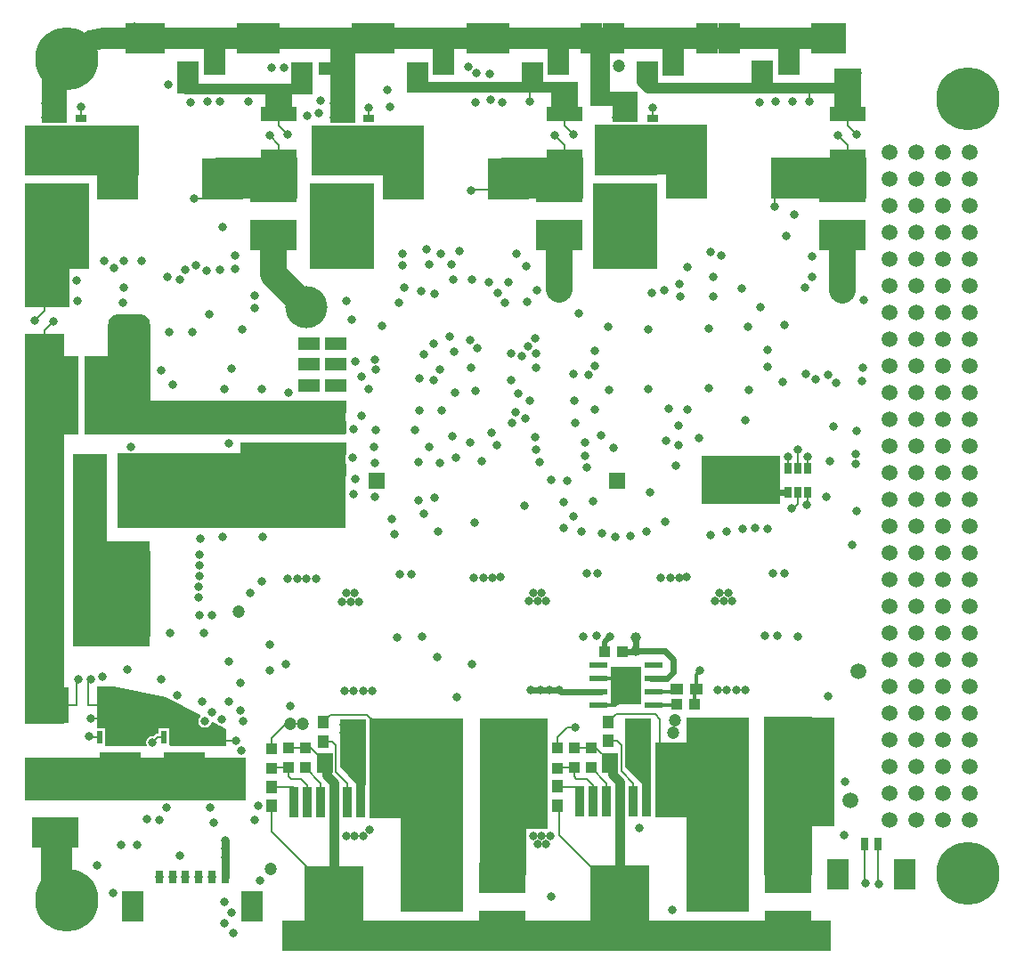
<source format=gtl>
G04 Layer_Physical_Order=1*
G04 Layer_Color=255*
%FSLAX44Y44*%
%MOMM*%
G71*
G01*
G75*
%ADD10C,2.0000*%
%ADD11R,1.0000X0.7000*%
%ADD12R,6.0000X6.0000*%
%ADD13R,6.0000X2.0000*%
%ADD14R,1.7500X0.6000*%
%ADD15R,2.8500X3.6000*%
%ADD16R,1.0000X1.1000*%
%ADD17R,0.6100X1.2700*%
%ADD18R,3.9100X3.7500*%
%ADD19R,0.8000X1.3000*%
%ADD20R,2.1000X3.0000*%
%ADD21R,3.2000X1.0000*%
%ADD22R,2.0000X1.2000*%
%ADD23R,5.6000X6.3500*%
%ADD24R,0.9100X3.0000*%
%ADD25R,4.0000X4.0000*%
%ADD26R,3.5000X1.4000*%
G04:AMPARAMS|DCode=27|XSize=4mm|YSize=10mm|CornerRadius=1mm|HoleSize=0mm|Usage=FLASHONLY|Rotation=0.000|XOffset=0mm|YOffset=0mm|HoleType=Round|Shape=RoundedRectangle|*
%AMROUNDEDRECTD27*
21,1,4.0000,8.0000,0,0,0.0*
21,1,2.0000,10.0000,0,0,0.0*
1,1,2.0000,1.0000,-4.0000*
1,1,2.0000,-1.0000,-4.0000*
1,1,2.0000,-1.0000,4.0000*
1,1,2.0000,1.0000,4.0000*
%
%ADD27ROUNDEDRECTD27*%
%ADD28R,1.5000X1.9000*%
%ADD29R,1.2000X1.1000*%
%ADD30R,4.5000X3.0000*%
%ADD31R,0.6500X1.0500*%
%ADD32R,1.4000X3.5000*%
%ADD33R,1.1000X1.1000*%
%ADD34R,1.1000X1.2000*%
%ADD35C,0.6000*%
%ADD36C,0.5000*%
%ADD37C,0.2000*%
%ADD38C,0.3000*%
%ADD39C,3.0000*%
%ADD40C,0.8000*%
%ADD41C,1.0000*%
%ADD42C,0.9000*%
%ADD43C,2.5000*%
%ADD44R,7.4500X4.6250*%
%ADD45R,9.9750X4.0250*%
%ADD46R,5.1750X10.4000*%
%ADD47R,4.5050X10.5100*%
%ADD48R,6.0000X12.8250*%
%ADD49R,3.6750X7.1250*%
%ADD50R,4.4500X9.4500*%
%ADD51R,3.3500X7.4750*%
%ADD52R,2.5250X7.4750*%
%ADD53R,2.4750X3.0000*%
%ADD54R,1.6750X2.9750*%
%ADD55R,3.4750X1.4000*%
%ADD56R,1.9750X6.4580*%
%ADD57R,1.0000X0.5750*%
%ADD58R,6.0000X14.0500*%
%ADD59R,2.4000X2.8960*%
%ADD60R,6.1000X8.1000*%
%ADD61R,10.7750X4.8000*%
%ADD62R,7.8000X3.9750*%
%ADD63R,2.4320X7.9440*%
%ADD64R,3.8000X37.1000*%
%ADD65R,21.1000X4.0500*%
%ADD66R,10.8840X4.8000*%
%ADD67R,2.4000X6.0670*%
%ADD68R,52.1900X2.9500*%
%ADD69R,4.5050X14.9600*%
%ADD70R,0.9250X1.1250*%
%ADD71R,4.5300X15.0600*%
%ADD72R,4.3240X3.9600*%
%ADD73R,2.0500X3.1000*%
%ADD74R,2.0500X3.1500*%
%ADD75R,2.5750X2.6000*%
%ADD76R,2.0750X2.9750*%
%ADD77R,2.0500X2.4750*%
%ADD78R,2.5250X2.6750*%
%ADD79R,2.0750X1.9250*%
%ADD80R,2.0500X2.6500*%
%ADD81R,2.6500X3.9750*%
%ADD82R,2.0500X3.3750*%
%ADD83R,2.0500X3.8750*%
%ADD84R,2.0500X3.2750*%
%ADD85R,2.0500X3.4000*%
%ADD86R,2.0500X3.1250*%
%ADD87R,2.4250X1.3000*%
%ADD88R,22.6250X3.2250*%
%ADD89R,21.7000X7.1000*%
%ADD90R,3.2250X18.4000*%
%ADD91R,6.9750X10.0250*%
%ADD92R,1.5000X1.5000*%
%ADD93C,4.0000*%
%ADD94C,1.5000*%
%ADD95R,1.5000X1.5000*%
%ADD96C,2.5000*%
%ADD97C,0.6600*%
%ADD98C,0.8000*%
%ADD99C,1.0000*%
%ADD100C,1.2000*%
%ADD101C,6.0000*%
%ADD102C,1.7000*%
%ADD103C,1.8000*%
G36*
X284500Y108788D02*
X283495Y108012D01*
X275853Y110000D01*
X260000Y126500D01*
Y171750D01*
X284500D01*
Y108788D01*
D02*
G37*
G36*
X556000Y109038D02*
X554995Y108261D01*
X547353Y110250D01*
X531500Y126750D01*
Y172000D01*
X556000D01*
Y109038D01*
D02*
G37*
G36*
X94500Y192750D02*
X127096Y175460D01*
X127279Y174196D01*
X127160Y173988D01*
X125852Y172031D01*
X125386Y169690D01*
X125852Y167349D01*
X127178Y165364D01*
X129163Y164038D01*
X131504Y163573D01*
X133845Y164038D01*
X135829Y165364D01*
X137156Y167349D01*
X137396Y168559D01*
X138826Y169238D01*
X142780Y167141D01*
X142924Y166924D01*
X144909Y165598D01*
X146155Y165350D01*
X152000Y162250D01*
Y146000D01*
X98951D01*
X97950Y146650D01*
Y163350D01*
X87850D01*
Y158059D01*
X86250D01*
X86250Y158059D01*
X85079Y157826D01*
X84087Y157163D01*
X82667Y155743D01*
X82004Y155875D01*
X79663Y155409D01*
X77678Y154083D01*
X76352Y152098D01*
X75887Y149757D01*
X76352Y147416D01*
X76550Y147120D01*
X75951Y146000D01*
X37951D01*
X36950Y146650D01*
Y163350D01*
X29000D01*
Y203000D01*
X45000D01*
X94500Y192750D01*
D02*
G37*
D10*
X33851Y819080D02*
G03*
X15891Y811640I0J-25400D01*
G01*
X158250Y819080D02*
X172110D01*
X192610D01*
X281110D01*
X410860D02*
X499360D01*
X33851D02*
X83610D01*
X158250D01*
X281110D02*
X301860D01*
X390360D01*
X410860D01*
X499360D02*
X718360D01*
D11*
X13750Y723750D02*
D03*
Y733250D02*
D03*
Y742750D02*
D03*
X-12250Y742750D02*
D03*
Y733250D02*
D03*
Y723750D02*
D03*
X557000Y724000D02*
D03*
Y733500D02*
D03*
Y743000D02*
D03*
X531000Y743000D02*
D03*
Y733500D02*
D03*
Y724000D02*
D03*
X261750Y723750D02*
D03*
Y733250D02*
D03*
Y742750D02*
D03*
X287750Y742750D02*
D03*
Y733250D02*
D03*
Y723750D02*
D03*
D12*
X347500Y17950D02*
D03*
X-8910Y650730D02*
D03*
X619000Y18200D02*
D03*
X532000Y650900D02*
D03*
X263000D02*
D03*
D13*
X347500Y-30150D02*
D03*
X-8910Y698830D02*
D03*
X619000Y-29900D02*
D03*
X532000Y699000D02*
D03*
X263000D02*
D03*
D14*
X506000Y223050D02*
D03*
Y210350D02*
D03*
Y197650D02*
D03*
Y184950D02*
D03*
X558000Y223050D02*
D03*
Y210350D02*
D03*
Y197650D02*
D03*
Y184950D02*
D03*
D15*
X532000Y204000D02*
D03*
D16*
X528999Y236000D02*
D03*
X511999D02*
D03*
X597499Y186000D02*
D03*
X580499D02*
D03*
D17*
X131000Y155000D02*
D03*
X118300D02*
D03*
X105600D02*
D03*
X92900D02*
D03*
Y101600D02*
D03*
X105600D02*
D03*
X118300D02*
D03*
X131000D02*
D03*
X70000Y155000D02*
D03*
X57300D02*
D03*
X44600D02*
D03*
X31900D02*
D03*
Y101600D02*
D03*
X44600D02*
D03*
X57300D02*
D03*
X70000D02*
D03*
D18*
X111950Y121700D02*
D03*
X50950D02*
D03*
D19*
X365000Y790700D02*
D03*
X352500D02*
D03*
X340000D02*
D03*
X327500D02*
D03*
X758750Y53000D02*
D03*
X771250D02*
D03*
X125750Y22000D02*
D03*
X113250D02*
D03*
X100750D02*
D03*
X88250D02*
D03*
X138250D02*
D03*
X150750D02*
D03*
X693000Y790750D02*
D03*
X680500D02*
D03*
X668000D02*
D03*
X655500D02*
D03*
X436500Y790700D02*
D03*
X449000D02*
D03*
X461500D02*
D03*
X474000D02*
D03*
X255750D02*
D03*
X243250D02*
D03*
X230750D02*
D03*
X218250D02*
D03*
X545999Y790700D02*
D03*
X558499D02*
D03*
X570999D02*
D03*
X583499D02*
D03*
X109250Y790700D02*
D03*
X121750D02*
D03*
X134250D02*
D03*
X146750D02*
D03*
D20*
X390360Y819080D02*
D03*
X301860D02*
D03*
X733390Y24620D02*
D03*
X796890D02*
D03*
X62890Y-6380D02*
D03*
X176390D02*
D03*
X718360Y819130D02*
D03*
X629860D02*
D03*
X410860Y819080D02*
D03*
X499360D02*
D03*
X281110D02*
D03*
X192610D02*
D03*
X520359Y819080D02*
D03*
X608859D02*
D03*
X83610Y819080D02*
D03*
X172110D02*
D03*
D21*
X22000Y415000D02*
D03*
X70000D02*
D03*
X22000Y395000D02*
D03*
X70000D02*
D03*
X22000Y375000D02*
D03*
X70000D02*
D03*
D22*
X255750Y409000D02*
D03*
X230750D02*
D03*
X255750Y429000D02*
D03*
X230750D02*
D03*
X255750Y449000D02*
D03*
X230750D02*
D03*
X255750Y469000D02*
D03*
X230750D02*
D03*
X255750Y489000D02*
D03*
X230750D02*
D03*
X255750Y509000D02*
D03*
X230750D02*
D03*
X255750Y529000D02*
D03*
X230750D02*
D03*
D23*
X254700Y900D02*
D03*
X526200Y1150D02*
D03*
D24*
X216600Y93150D02*
D03*
X229300D02*
D03*
X242000D02*
D03*
X254700D02*
D03*
X267400D02*
D03*
X280100D02*
D03*
X292800D02*
D03*
X564300Y93400D02*
D03*
X551600D02*
D03*
X538900D02*
D03*
X526200D02*
D03*
X513500D02*
D03*
X500800D02*
D03*
X488100D02*
D03*
D25*
X148740Y685880D02*
D03*
X48740D02*
D03*
X602500Y115500D02*
D03*
X702500D02*
D03*
X431500D02*
D03*
X331500D02*
D03*
X689560Y686090D02*
D03*
X589560D02*
D03*
X320220Y685860D02*
D03*
X420220D02*
D03*
D26*
X-21000Y571500D02*
D03*
Y530500D02*
D03*
X742910Y747540D02*
D03*
Y706540D02*
D03*
X473570Y706310D02*
D03*
Y747310D02*
D03*
X202090Y747330D02*
D03*
Y706330D02*
D03*
D27*
X59480Y290660D02*
D03*
Y506900D02*
D03*
D28*
X517000Y130000D02*
D03*
X548000D02*
D03*
X245500Y129750D02*
D03*
X276500D02*
D03*
D29*
X598500Y200500D02*
D03*
X580500D02*
D03*
D30*
X197090Y631830D02*
D03*
Y677830D02*
D03*
X-10500Y64000D02*
D03*
Y110000D02*
D03*
X686200Y-24900D02*
D03*
Y21100D02*
D03*
X414700Y-25150D02*
D03*
Y20850D02*
D03*
X737910Y632040D02*
D03*
Y678040D02*
D03*
X468570Y631810D02*
D03*
Y677810D02*
D03*
D31*
X685750Y387500D02*
D03*
X695250D02*
D03*
X704750D02*
D03*
Y410000D02*
D03*
X695250D02*
D03*
X685750D02*
D03*
D32*
X36500Y185000D02*
D03*
X-4500D02*
D03*
D33*
X466500Y125250D02*
D03*
Y144250D02*
D03*
X195000Y125000D02*
D03*
Y144000D02*
D03*
X482600Y144900D02*
D03*
Y125900D02*
D03*
X211100Y144650D02*
D03*
Y125650D02*
D03*
X498600Y144900D02*
D03*
Y125900D02*
D03*
X227100Y144650D02*
D03*
Y125650D02*
D03*
D34*
X244000Y168750D02*
D03*
Y150750D02*
D03*
X466500Y107750D02*
D03*
Y89750D02*
D03*
X195000Y107500D02*
D03*
Y89500D02*
D03*
X515500Y169000D02*
D03*
Y151000D02*
D03*
D35*
X624360Y398780D02*
X635640Y387500D01*
X685750D01*
X528999Y236000D02*
X541250D01*
X468290Y199600D02*
X470240Y197650D01*
X508000D01*
X541750Y240000D02*
Y249250D01*
Y236500D02*
X569000D01*
X577250Y228250D01*
Y216750D02*
Y228250D01*
X570850Y210350D02*
X577250Y216750D01*
X556000Y210350D02*
X570850D01*
X441540Y199600D02*
X468290D01*
D36*
X511999Y244999D02*
X517000Y250000D01*
X511999Y236000D02*
Y244999D01*
D37*
X476250Y164000D02*
X483500D01*
X466500Y154250D02*
X476250Y164000D01*
X508000Y184950D02*
X509200Y183750D01*
X292000Y91500D02*
Y169750D01*
X285750Y176000D02*
X292000Y169750D01*
X251250Y176000D02*
X285750D01*
X466500Y89750D02*
X468250Y88000D01*
Y61750D02*
Y88000D01*
Y61750D02*
X526200Y3800D01*
X36500Y172250D02*
Y185000D01*
X23000Y172250D02*
X36500D01*
X422800Y119150D02*
Y142200D01*
X666550Y172200D02*
X694300D01*
X564250Y92500D02*
Y171750D01*
X559750Y176250D02*
X564250Y171750D01*
Y92500D02*
X565000Y91750D01*
X134493Y151507D02*
X161508D01*
X19000Y157250D02*
X21250Y155000D01*
X31900D01*
X82004Y149757D02*
Y150754D01*
X86250Y155000D01*
X92900D01*
X201500Y771000D02*
X230000D01*
X10000Y185000D02*
Y210000D01*
X694300Y119400D02*
Y172200D01*
X21000Y185000D02*
Y210000D01*
X466500Y107100D02*
X488100D01*
X466000D02*
X466500D01*
X195000Y106850D02*
X216600D01*
X194500D02*
X195000D01*
X557000Y743000D02*
Y753000D01*
X287750Y742750D02*
Y753250D01*
X771250Y16500D02*
X772500Y15250D01*
X689422Y371828D02*
X690000Y371250D01*
X742910Y736320D02*
Y747540D01*
Y736320D02*
X751420Y727810D01*
X742910Y706540D02*
Y718020D01*
X733820Y727110D02*
X742910Y718020D01*
X673820Y670350D02*
X689560Y686090D01*
X673820Y659210D02*
Y670350D01*
X473570Y736090D02*
Y747310D01*
Y736090D02*
X482080Y727580D01*
X473570Y706310D02*
Y717790D01*
X464480Y726880D02*
X473570Y717790D01*
X129860Y667000D02*
X148740Y685880D01*
X193000Y726900D02*
X202090Y717810D01*
Y706330D02*
Y717810D01*
Y736110D02*
X210600Y727600D01*
X202090Y736110D02*
Y747330D01*
X-4500Y185000D02*
X10000D01*
X21000D02*
X36500D01*
X195000Y65000D02*
X254700Y5300D01*
X195000Y65000D02*
Y89500D01*
X256000Y121850D02*
Y147000D01*
X211100Y144650D02*
X227100D01*
X199500Y125650D02*
X211100D01*
X229300Y93150D02*
Y108750D01*
X223100Y114950D02*
X229300Y108750D01*
X213500Y114950D02*
X223100D01*
X211100Y117350D02*
X213500Y114950D01*
X211100Y117350D02*
Y125650D01*
X242000Y93150D02*
Y110750D01*
X227100Y125650D02*
X242000Y110750D01*
X267400Y93150D02*
Y110450D01*
X256000Y121850D02*
X267400Y110450D01*
X252250Y150750D02*
X256000Y147000D01*
X244000Y150750D02*
X252250D01*
X244000Y168750D02*
X251250Y176000D01*
X227100Y144650D02*
X232100D01*
X245500Y131250D01*
X515500Y151000D02*
X523750D01*
X527500Y147250D01*
X538900Y93400D02*
Y110700D01*
X527500Y122100D02*
Y147250D01*
Y122100D02*
X538900Y110700D01*
X498600Y125900D02*
X513500Y111000D01*
Y93400D02*
Y111000D01*
X482600Y117600D02*
Y125900D01*
X500800Y93400D02*
Y109000D01*
X482600Y117600D02*
X485000Y115200D01*
X494600D02*
X500800Y109000D01*
X485000Y115200D02*
X494600D01*
X471000Y125900D02*
X482600D01*
X482600Y144900D02*
X498600D01*
X503600D01*
X517000Y131500D01*
X522750Y176250D02*
X559750D01*
X515500Y169000D02*
X522750Y176250D01*
X195000Y144000D02*
Y153750D01*
X466500Y144250D02*
Y154250D01*
X-21000Y530500D02*
Y541500D01*
X-12600Y549900D01*
X-21000Y560000D02*
Y571500D01*
X-30400Y550600D02*
X-21000Y560000D01*
X440771Y759479D02*
Y772500D01*
X706535Y759465D02*
Y771750D01*
X685750Y410000D02*
Y421750D01*
X695250Y410000D02*
Y428000D01*
X704750Y410000D02*
Y421500D01*
Y375750D02*
Y387500D01*
X695250Y376500D02*
Y387500D01*
X771250Y16500D02*
Y53000D01*
X13750Y742750D02*
Y753500D01*
X13500Y753750D02*
X13750Y753500D01*
X121250Y667000D02*
X129860Y667000D01*
X384500Y674750D02*
X385396Y675646D01*
X410006D01*
X404480Y670120D02*
X410006Y675646D01*
X420220Y685860D01*
X758750Y15500D02*
Y53000D01*
X690000Y371250D02*
X695250Y376500D01*
X161508Y151492D02*
Y151507D01*
Y151492D02*
X162000Y151000D01*
X704732Y375768D02*
X704750Y375750D01*
X704034Y375768D02*
X704732D01*
X195000Y153750D02*
X208250Y167000D01*
X213000D01*
D38*
X598500Y214000D02*
X602500Y218000D01*
X598500Y200500D02*
Y214000D01*
X522200Y184950D02*
X532000Y194750D01*
X508000Y184950D02*
X522200D01*
X508000Y210350D02*
X525650D01*
X597499Y186000D02*
Y199499D01*
X556000Y184950D02*
X579449D01*
X556000Y197650D02*
X577650D01*
D39*
X-10000Y10000D02*
Y60500D01*
Y10000D02*
X0Y0D01*
D40*
X150750Y22000D02*
Y56500D01*
X150750Y56500D01*
D41*
X547000Y777750D02*
X553000Y771750D01*
X706535D01*
X113750Y771250D02*
X210000D01*
X340000Y772500D02*
X440771D01*
X475000D01*
X706535Y771750D02*
X747500D01*
D42*
X526200Y3800D02*
Y93400D01*
Y1150D02*
Y3800D01*
X254700Y5300D02*
Y93150D01*
Y900D02*
Y5300D01*
Y93150D02*
Y111780D01*
X247960Y118520D02*
X254700Y111780D01*
X247960Y118520D02*
Y127290D01*
X526200Y93400D02*
Y112030D01*
X519460Y118770D02*
Y127540D01*
Y118770D02*
X526200Y112030D01*
D43*
X737910Y579910D02*
Y632040D01*
X468570Y580430D02*
Y631810D01*
X197090Y595160D02*
X228250Y564000D01*
X197090Y595160D02*
Y631830D01*
D44*
X641000Y399125D02*
D03*
D45*
X215625Y414875D02*
D03*
D46*
X705125Y122000D02*
D03*
D47*
X435525Y120200D02*
D03*
D48*
X619000Y109375D02*
D03*
D49*
X578125Y114125D02*
D03*
D50*
X310000Y125250D02*
D03*
D51*
X-6000Y480125D02*
D03*
D52*
X29625D02*
D03*
D53*
X68375Y819000D02*
D03*
D54*
X732375Y819125D02*
D03*
D55*
X522125Y761500D02*
D03*
D56*
X507125Y786790D02*
D03*
D57*
X557750Y778375D02*
D03*
D58*
X347500Y102250D02*
D03*
D59*
X530910Y754020D02*
D03*
D60*
X531410Y640540D02*
D03*
X262070Y640310D02*
D03*
X-9410Y640330D02*
D03*
D61*
X555785Y713040D02*
D03*
X286445Y712810D02*
D03*
D62*
X721410Y686165D02*
D03*
X452070Y685935D02*
D03*
X180590Y685955D02*
D03*
D63*
X262410Y779030D02*
D03*
D64*
X-21000Y352500D02*
D03*
D65*
X65500Y115250D02*
D03*
D66*
X14420Y712830D02*
D03*
D67*
X-11910Y769665D02*
D03*
D68*
X466050Y-33750D02*
D03*
D69*
X414775Y97950D02*
D03*
D70*
X280125Y105875D02*
D03*
X551625Y106125D02*
D03*
D71*
X686150Y98700D02*
D03*
D72*
X-18280Y583300D02*
D03*
D73*
X115500Y781750D02*
D03*
D74*
X224250Y781500D02*
D03*
D75*
X202125Y763250D02*
D03*
D76*
X333875Y782375D02*
D03*
D77*
X442750Y784875D02*
D03*
D78*
X473625Y764125D02*
D03*
D79*
X552375Y787625D02*
D03*
D80*
X661750Y785000D02*
D03*
D81*
X742750Y770875D02*
D03*
D82*
X577250Y800875D02*
D03*
D83*
X686750Y803625D02*
D03*
D84*
X467750Y800625D02*
D03*
D85*
X358750Y801250D02*
D03*
D86*
X140500Y799875D02*
D03*
D87*
X251375Y790750D02*
D03*
D88*
X152625Y458875D02*
D03*
D89*
X157250Y389000D02*
D03*
D90*
X22125Y332500D02*
D03*
D91*
X44625Y290625D02*
D03*
D92*
X523500Y398780D02*
D03*
X295000D02*
D03*
D93*
X228250Y374000D02*
D03*
Y564000D02*
D03*
X624360Y398780D02*
D03*
D94*
X1600Y507400D02*
D03*
X27000D02*
D03*
X1600Y482000D02*
D03*
X782320Y711200D02*
D03*
X807720D02*
D03*
X782320Y685800D02*
D03*
X807720D02*
D03*
X782320Y660400D02*
D03*
X807720D02*
D03*
X782320Y635000D02*
D03*
X807720D02*
D03*
X782320Y609600D02*
D03*
X807720D02*
D03*
X782320Y584200D02*
D03*
X807720D02*
D03*
X782320Y558800D02*
D03*
X807720D02*
D03*
X782320Y533400D02*
D03*
X807720D02*
D03*
X782320Y508000D02*
D03*
X807720D02*
D03*
X782320Y482600D02*
D03*
X807720D02*
D03*
X782320Y457200D02*
D03*
X807720D02*
D03*
X782320Y431800D02*
D03*
X807720D02*
D03*
X782320Y406400D02*
D03*
X807720D02*
D03*
X782320Y381000D02*
D03*
X807720D02*
D03*
X782320Y355600D02*
D03*
X807720D02*
D03*
X782320Y330200D02*
D03*
X807720D02*
D03*
X782320Y304800D02*
D03*
X807720D02*
D03*
X782320Y279400D02*
D03*
X807720D02*
D03*
X782320Y254000D02*
D03*
X807720D02*
D03*
X782320Y228600D02*
D03*
X807720D02*
D03*
X782320Y203200D02*
D03*
X807720D02*
D03*
X782320Y177800D02*
D03*
X807720D02*
D03*
X782320Y152400D02*
D03*
X807720D02*
D03*
X782320Y127000D02*
D03*
X807720D02*
D03*
X782320Y101600D02*
D03*
X807720D02*
D03*
X782320Y76200D02*
D03*
X807720D02*
D03*
X833120Y711200D02*
D03*
X858520D02*
D03*
X833120Y685800D02*
D03*
X858520D02*
D03*
X833120Y660400D02*
D03*
X858520D02*
D03*
X833120Y635000D02*
D03*
X858520D02*
D03*
X833120Y609600D02*
D03*
X858520D02*
D03*
X833120Y584200D02*
D03*
X858520D02*
D03*
X833120Y558800D02*
D03*
X858520D02*
D03*
X833120Y533400D02*
D03*
X858520D02*
D03*
X833120Y508000D02*
D03*
X858520D02*
D03*
X833120Y482600D02*
D03*
X858520D02*
D03*
X833120Y457200D02*
D03*
X858520D02*
D03*
X833120Y431800D02*
D03*
X858520D02*
D03*
X833120Y406400D02*
D03*
X858520D02*
D03*
X833120Y381000D02*
D03*
X858520D02*
D03*
X833120Y355600D02*
D03*
X858520D02*
D03*
X833120Y330200D02*
D03*
X858520D02*
D03*
X833120Y304800D02*
D03*
X858520D02*
D03*
X833120Y279400D02*
D03*
X858520D02*
D03*
X833120Y254000D02*
D03*
X858520D02*
D03*
X833120Y228600D02*
D03*
X858520D02*
D03*
X833120Y203200D02*
D03*
X858520D02*
D03*
X833120Y177800D02*
D03*
X858520D02*
D03*
X833120Y152400D02*
D03*
X858520D02*
D03*
X833120Y127000D02*
D03*
X858520D02*
D03*
X833120Y101600D02*
D03*
X858520D02*
D03*
X833120Y76200D02*
D03*
X858520D02*
D03*
X744960Y94540D02*
D03*
X753000Y217000D02*
D03*
D95*
X27000Y482000D02*
D03*
D96*
X187480Y398780D02*
D03*
D97*
X526000Y216000D02*
D03*
X538000D02*
D03*
D98*
X44750Y6250D02*
D03*
X29000Y33000D02*
D03*
X57750Y219000D02*
D03*
X52000Y52500D02*
D03*
X131504Y169690D02*
D03*
X483500Y164000D02*
D03*
X602500Y218000D02*
D03*
X535500Y167000D02*
D03*
X551500D02*
D03*
X543500D02*
D03*
X551500Y159000D02*
D03*
X543500D02*
D03*
X627500Y350500D02*
D03*
X551750Y350500D02*
D03*
X536000Y346000D02*
D03*
X663999Y251000D02*
D03*
X76500Y77000D02*
D03*
X67250Y52250D02*
D03*
X126250Y328250D02*
D03*
X34000Y212000D02*
D03*
X695034Y250012D02*
D03*
X522000Y344750D02*
D03*
X489389Y350389D02*
D03*
X583500Y574000D02*
D03*
X309750Y362000D02*
D03*
X312099Y347901D02*
D03*
X157500Y113750D02*
D03*
X166000D02*
D03*
X21500Y155750D02*
D03*
X23000Y172250D02*
D03*
X-5000Y128500D02*
D03*
X-32000Y128250D02*
D03*
X-23000D02*
D03*
X-14000Y128500D02*
D03*
X4250Y128750D02*
D03*
X82004Y149757D02*
D03*
X166008Y122506D02*
D03*
X157508D02*
D03*
X95000Y87500D02*
D03*
X275000Y400250D02*
D03*
X293500Y383500D02*
D03*
X273000Y385500D02*
D03*
X335000Y380000D02*
D03*
X555000Y387500D02*
D03*
X569000Y359750D02*
D03*
X460750Y399500D02*
D03*
X579500Y412500D02*
D03*
X494500Y411000D02*
D03*
X304750Y770000D02*
D03*
X350000Y576000D02*
D03*
X98500Y253500D02*
D03*
X54003Y567778D02*
D03*
X89750Y503500D02*
D03*
X158250Y819080D02*
D03*
X160258Y612780D02*
D03*
X319250Y603500D02*
D03*
X299750Y545750D02*
D03*
X642000Y581000D02*
D03*
X702250Y582250D02*
D03*
X583000Y585500D02*
D03*
X691820Y651500D02*
D03*
X722250Y382950D02*
D03*
X64500Y830000D02*
D03*
Y819750D02*
D03*
Y809250D02*
D03*
X401750Y829750D02*
D03*
Y819500D02*
D03*
Y809000D02*
D03*
X292500Y829500D02*
D03*
Y819250D02*
D03*
Y808750D02*
D03*
X736250D02*
D03*
Y819250D02*
D03*
Y829500D02*
D03*
X724250Y193250D02*
D03*
X482250Y365000D02*
D03*
X504000Y250750D02*
D03*
X612750Y346500D02*
D03*
X435500Y374500D02*
D03*
X335500Y465250D02*
D03*
X404500Y444250D02*
D03*
X370268Y420271D02*
D03*
X328750Y813250D02*
D03*
X240000Y748000D02*
D03*
X570500Y436500D02*
D03*
X126302Y318092D02*
D03*
X138250Y22000D02*
D03*
X751250Y369500D02*
D03*
X667000Y507000D02*
D03*
Y523000D02*
D03*
X321000Y582000D02*
D03*
X315750Y567500D02*
D03*
X349000Y529000D02*
D03*
X417000Y567500D02*
D03*
X422750Y519250D02*
D03*
X655000Y353250D02*
D03*
X643000Y352750D02*
D03*
X388750Y484000D02*
D03*
X689422Y371828D02*
D03*
X487000Y557250D02*
D03*
X519750Y429500D02*
D03*
X502750Y522250D02*
D03*
X524160Y619040D02*
D03*
X524160Y604040D02*
D03*
X554160Y619040D02*
D03*
X509160D02*
D03*
X509160Y604040D02*
D03*
X546660Y611540D02*
D03*
X531660D02*
D03*
X645500Y455750D02*
D03*
X500500Y379250D02*
D03*
X508250Y442000D02*
D03*
X483250Y475000D02*
D03*
X483750Y453500D02*
D03*
X492750Y435250D02*
D03*
Y422500D02*
D03*
X476250Y398250D02*
D03*
X336000Y496250D02*
D03*
X339500Y519000D02*
D03*
X294500Y446750D02*
D03*
X280500Y460000D02*
D03*
X383750Y435250D02*
D03*
X293250Y415000D02*
D03*
X395000Y417000D02*
D03*
X353500Y350250D02*
D03*
X314100Y249650D02*
D03*
X352250Y230500D02*
D03*
X340000Y367500D02*
D03*
X473000Y353500D02*
D03*
X350000Y382250D02*
D03*
X708785Y611530D02*
D03*
X174500Y292000D02*
D03*
X126250Y308000D02*
D03*
X228000Y305250D02*
D03*
X553500Y485750D02*
D03*
X610500Y486500D02*
D03*
Y543500D02*
D03*
X553500Y542750D02*
D03*
X622750Y613000D02*
D03*
X157000Y-12500D02*
D03*
X150500Y-22000D02*
D03*
X158500Y-31500D02*
D03*
X150000Y-2000D02*
D03*
X150750Y56500D02*
D03*
Y48750D02*
D03*
Y40750D02*
D03*
X402750Y785500D02*
D03*
X734250Y785750D02*
D03*
X743000D02*
D03*
X751750Y786000D02*
D03*
X690000Y759000D02*
D03*
X751420Y727810D02*
D03*
X733820Y727110D02*
D03*
X674660Y759070D02*
D03*
X658660Y758650D02*
D03*
X538910Y757790D02*
D03*
X530910Y764040D02*
D03*
X522910Y758040D02*
D03*
X530910Y751790D02*
D03*
X673820Y659210D02*
D03*
X539160Y619040D02*
D03*
X516660Y611540D02*
D03*
X539160Y604040D02*
D03*
X557000Y753000D02*
D03*
X414500Y758500D02*
D03*
X482080Y727580D02*
D03*
X464480Y726880D02*
D03*
X403705Y760455D02*
D03*
X389320Y758420D02*
D03*
X270570Y757560D02*
D03*
X262570Y763810D02*
D03*
X254570Y757810D02*
D03*
X254570Y743560D02*
D03*
X262570Y751560D02*
D03*
X384500Y674750D02*
D03*
X284820Y618810D02*
D03*
X269820D02*
D03*
X277320Y611310D02*
D03*
X262320D02*
D03*
X287750Y753250D02*
D03*
X160500Y600000D02*
D03*
X117840Y758440D02*
D03*
X133840Y758860D02*
D03*
X145750Y758750D02*
D03*
X193000Y726900D02*
D03*
X210600Y727600D02*
D03*
X590500Y466500D02*
D03*
X572750Y467000D02*
D03*
X516000Y485000D02*
D03*
X515500Y545000D02*
D03*
X135500Y556500D02*
D03*
X157250Y504750D02*
D03*
X178998Y562999D02*
D03*
Y574999D02*
D03*
X98000Y539500D02*
D03*
X120000Y539500D02*
D03*
X149750Y486000D02*
D03*
X90000Y209750D02*
D03*
X23000Y210000D02*
D03*
X11000D02*
D03*
X667000Y353000D02*
D03*
X739250Y61500D02*
D03*
X576000Y-10000D02*
D03*
X460830Y3170D02*
D03*
X184000Y18000D02*
D03*
X338000Y250000D02*
D03*
X694000Y168000D02*
D03*
X703000D02*
D03*
X545000Y68000D02*
D03*
X371000Y193000D02*
D03*
X179000Y76000D02*
D03*
X740250Y112000D02*
D03*
X625000Y284000D02*
D03*
X448000D02*
D03*
Y53000D02*
D03*
X456000D02*
D03*
X460000Y61000D02*
D03*
X452000D02*
D03*
X444000D02*
D03*
X288000Y67000D02*
D03*
X282000Y61000D02*
D03*
X274000D02*
D03*
X266000D02*
D03*
X522000Y116000D02*
D03*
X505040Y310100D02*
D03*
X494540Y310350D02*
D03*
X385890Y224250D02*
D03*
X450540Y199600D02*
D03*
X468290D02*
D03*
X459290D02*
D03*
X441540D02*
D03*
X491390Y250250D02*
D03*
X682430Y310120D02*
D03*
X671930Y310370D02*
D03*
X582680Y305870D02*
D03*
X573930D02*
D03*
X564930D02*
D03*
X645680Y199620D02*
D03*
X636680D02*
D03*
X618930D02*
D03*
X627930D02*
D03*
X208600Y223650D02*
D03*
X327750Y309500D02*
D03*
X317250Y309750D02*
D03*
X237000Y305250D02*
D03*
X113250Y22000D02*
D03*
X88250D02*
D03*
X100750D02*
D03*
X125750D02*
D03*
X129000Y188750D02*
D03*
X138500Y178250D02*
D03*
X88750Y75750D02*
D03*
X441000Y-35750D02*
D03*
X451000D02*
D03*
Y-25750D02*
D03*
X441000D02*
D03*
X311000Y-35750D02*
D03*
Y-25750D02*
D03*
X381000Y-35750D02*
D03*
X391000D02*
D03*
X381000Y-25750D02*
D03*
X391000D02*
D03*
X211000Y-35750D02*
D03*
X221000D02*
D03*
X231000D02*
D03*
X241000D02*
D03*
X251000D02*
D03*
X261000D02*
D03*
X271000D02*
D03*
X281000D02*
D03*
X291000D02*
D03*
X301000D02*
D03*
Y-25750D02*
D03*
X291000D02*
D03*
X281000D02*
D03*
X271000D02*
D03*
X261000D02*
D03*
X251000D02*
D03*
X241000D02*
D03*
X231000D02*
D03*
X221000D02*
D03*
X211000D02*
D03*
X13500Y753750D02*
D03*
X-11910Y751580D02*
D03*
X-19910Y757830D02*
D03*
X-3910Y757580D02*
D03*
X-11910Y763830D02*
D03*
X-20000Y744000D02*
D03*
X121250Y667000D02*
D03*
X-27910Y618830D02*
D03*
X-12910D02*
D03*
X2090D02*
D03*
X17090D02*
D03*
X9590Y611330D02*
D03*
X-5410D02*
D03*
X-20410D02*
D03*
X17090Y603830D02*
D03*
X2090D02*
D03*
X-12910D02*
D03*
X-27910D02*
D03*
X482500Y-35500D02*
D03*
X492500D02*
D03*
X502500D02*
D03*
X482500Y-25500D02*
D03*
X492500D02*
D03*
X512500Y-35500D02*
D03*
X502500Y-25500D02*
D03*
X512500D02*
D03*
X522500Y-35500D02*
D03*
X532500D02*
D03*
X522500Y-25500D02*
D03*
X532500D02*
D03*
X542500Y-35500D02*
D03*
Y-25500D02*
D03*
X552500Y-35500D02*
D03*
X562500D02*
D03*
X572500D02*
D03*
X552500Y-25500D02*
D03*
X562500D02*
D03*
X572500D02*
D03*
X582500Y-35500D02*
D03*
Y-25500D02*
D03*
X722500D02*
D03*
Y-35500D02*
D03*
X652500D02*
D03*
Y-25500D02*
D03*
X662500Y-35500D02*
D03*
Y-25500D02*
D03*
X712500Y-35500D02*
D03*
Y-25500D02*
D03*
X535500Y159000D02*
D03*
X432000Y159000D02*
D03*
X423000D02*
D03*
X414000D02*
D03*
Y168000D02*
D03*
X423000D02*
D03*
X432000D02*
D03*
X685000Y159000D02*
D03*
X694000D02*
D03*
X703000D02*
D03*
X685000Y168000D02*
D03*
X-30400Y550600D02*
D03*
X-12600Y549900D02*
D03*
X10000Y588800D02*
D03*
X10700Y569800D02*
D03*
X54250Y582000D02*
D03*
X166750Y542750D02*
D03*
X337500Y579000D02*
D03*
X390000Y786000D02*
D03*
X307500Y753750D02*
D03*
X229000Y746000D02*
D03*
X173000Y759000D02*
D03*
X207250Y791500D02*
D03*
X194750D02*
D03*
X706535Y759465D02*
D03*
X440771Y759479D02*
D03*
X54500Y607250D02*
D03*
X45000Y601000D02*
D03*
X35500Y607250D02*
D03*
X568500Y579250D02*
D03*
X685750Y421750D02*
D03*
X695250Y428000D02*
D03*
X704750Y421500D02*
D03*
X97000Y775000D02*
D03*
X759750Y15500D02*
D03*
X772500Y15250D02*
D03*
X131000Y254000D02*
D03*
X280000Y158750D02*
D03*
Y166750D02*
D03*
X272000D02*
D03*
X264000Y158750D02*
D03*
X272000D02*
D03*
X264000Y166750D02*
D03*
X282000Y199000D02*
D03*
X264250D02*
D03*
X291000D02*
D03*
X273250D02*
D03*
X405290Y305850D02*
D03*
X396540D02*
D03*
X387540D02*
D03*
X387750Y358750D02*
D03*
X127000Y343750D02*
D03*
X148500Y345500D02*
D03*
X482000Y500000D02*
D03*
X409520Y432021D02*
D03*
X423500Y453250D02*
D03*
X449500Y416250D02*
D03*
X446250Y427750D02*
D03*
X427250Y464000D02*
D03*
X440750Y474750D02*
D03*
X445750Y439750D02*
D03*
X436127Y457873D02*
D03*
X496250Y499000D02*
D03*
X502524Y507775D02*
D03*
X472500Y378000D02*
D03*
X648282Y545027D02*
D03*
X502750Y466000D02*
D03*
X186500Y345500D02*
D03*
X345000Y430250D02*
D03*
X355000Y415750D02*
D03*
X186009Y485774D02*
D03*
X456000Y284000D02*
D03*
X440000D02*
D03*
X444000Y292000D02*
D03*
X452000D02*
D03*
X412999Y306999D02*
D03*
X616980Y284020D02*
D03*
X629000Y292000D02*
D03*
X621000D02*
D03*
X589999Y306999D02*
D03*
X633000Y284000D02*
D03*
X126000Y287750D02*
D03*
X138000Y271000D02*
D03*
X126250Y271000D02*
D03*
X107750Y41750D02*
D03*
X219250Y305250D02*
D03*
X272500Y420750D02*
D03*
X522750Y744250D02*
D03*
X242000Y760000D02*
D03*
X221500Y770000D02*
D03*
X111000Y814000D02*
D03*
X126000Y297980D02*
D03*
X210250Y305250D02*
D03*
X186000Y302500D02*
D03*
X262300Y283400D02*
D03*
X278000Y283000D02*
D03*
X274000Y292000D02*
D03*
X270000Y283000D02*
D03*
X266000Y292000D02*
D03*
X335000Y416000D02*
D03*
X239820Y618810D02*
D03*
X254820D02*
D03*
X247320Y611310D02*
D03*
X271500Y551750D02*
D03*
X293000Y514000D02*
D03*
X280250Y497250D02*
D03*
X294250Y504000D02*
D03*
X355250Y504500D02*
D03*
X349250Y494000D02*
D03*
X287500Y485500D02*
D03*
X274250Y511750D02*
D03*
X256000Y508750D02*
D03*
X255250Y488500D02*
D03*
X230750Y509000D02*
D03*
Y489000D02*
D03*
X71500Y607750D02*
D03*
X108250Y590250D02*
D03*
X123250Y603500D02*
D03*
X113000Y599500D02*
D03*
X95750Y592000D02*
D03*
X133250Y598250D02*
D03*
X708750Y592500D02*
D03*
X615250D02*
D03*
X615000Y573750D02*
D03*
X659750Y563250D02*
D03*
X-29750Y173000D02*
D03*
Y182000D02*
D03*
Y191000D02*
D03*
Y200250D02*
D03*
X61250Y431000D02*
D03*
X100750Y490250D02*
D03*
X148750Y640000D02*
D03*
X146000Y599500D02*
D03*
X284820Y603810D02*
D03*
X319500Y614250D02*
D03*
X345000Y604500D02*
D03*
X447750Y580000D02*
D03*
X385500Y590250D02*
D03*
X368000Y589750D02*
D03*
X366250Y604500D02*
D03*
X373518Y617280D02*
D03*
X356017Y614280D02*
D03*
X342017Y618530D02*
D03*
X554160Y604040D02*
D03*
X556571Y577429D02*
D03*
X590250Y601500D02*
D03*
X612280Y616280D02*
D03*
X684750Y631000D02*
D03*
X381750Y792500D02*
D03*
X140250Y73000D02*
D03*
X105000Y194500D02*
D03*
X137000Y87500D02*
D03*
X182000Y89750D02*
D03*
X166000Y141750D02*
D03*
X161508Y151507D02*
D03*
X167920Y170000D02*
D03*
X154750Y188500D02*
D03*
X165750Y206500D02*
D03*
X154250Y227000D02*
D03*
X193000Y243000D02*
D03*
X211000Y482000D02*
D03*
X154750Y434250D02*
D03*
X193000Y218250D02*
D03*
X147250Y171250D02*
D03*
X165000Y180000D02*
D03*
X212500Y184250D02*
D03*
X704034Y375768D02*
D03*
X292500Y430250D02*
D03*
X648500Y485000D02*
D03*
X751000Y446000D02*
D03*
X726035Y417520D02*
D03*
X750250Y414250D02*
D03*
X729500Y449750D02*
D03*
X747000Y337250D02*
D03*
X731750Y491500D02*
D03*
X680900Y492850D02*
D03*
X757250Y506250D02*
D03*
X724000Y499000D02*
D03*
X702750Y500000D02*
D03*
X712035Y495024D02*
D03*
X750250Y424250D02*
D03*
X758250Y570750D02*
D03*
X445272Y534276D02*
D03*
X582000Y451250D02*
D03*
X582250Y432250D02*
D03*
X601029Y439021D02*
D03*
X756750Y493250D02*
D03*
X682750Y546250D02*
D03*
X410500Y577000D02*
D03*
X402000Y587000D02*
D03*
X436771Y602279D02*
D03*
X446750Y506250D02*
D03*
Y519500D02*
D03*
X432750Y516775D02*
D03*
X429750Y481750D02*
D03*
X422750Y494500D02*
D03*
X438750Y526250D02*
D03*
X364000Y535500D02*
D03*
X367250Y440500D02*
D03*
X356750Y465500D02*
D03*
X369500Y482500D02*
D03*
X331266Y447022D02*
D03*
X273263Y447272D02*
D03*
X517000Y250000D02*
D03*
X-2999Y47499D02*
D03*
X269820Y603810D02*
D03*
X265750Y569250D02*
D03*
X239820Y603810D02*
D03*
X254820D02*
D03*
X385019Y506025D02*
D03*
X427500Y614500D02*
D03*
X420521Y587029D02*
D03*
X437750Y568750D02*
D03*
X368518Y521275D02*
D03*
X390250Y524250D02*
D03*
X384269Y532526D02*
D03*
X675783Y250762D02*
D03*
X509500Y348500D02*
D03*
D99*
X541750Y249250D02*
D03*
Y236500D02*
D03*
D100*
X525026Y793039D02*
D03*
X194000Y29080D02*
D03*
X225000Y167000D02*
D03*
X213000D02*
D03*
X163750Y274250D02*
D03*
X579000Y171000D02*
D03*
X577000Y159000D02*
D03*
X100000Y415000D02*
D03*
Y400000D02*
D03*
Y385000D02*
D03*
Y370000D02*
D03*
X85000Y400000D02*
D03*
X55000Y370000D02*
D03*
X85000Y385000D02*
D03*
Y370000D02*
D03*
X70000Y385000D02*
D03*
Y370000D02*
D03*
D101*
X0Y0D02*
D03*
Y800100D02*
D03*
X857300Y762000D02*
D03*
Y25400D02*
D03*
D102*
X468250Y577250D02*
D03*
X468750Y607750D02*
D03*
D103*
X737750Y576750D02*
D03*
Y608250D02*
D03*
X197090Y604750D02*
D03*
M02*

</source>
